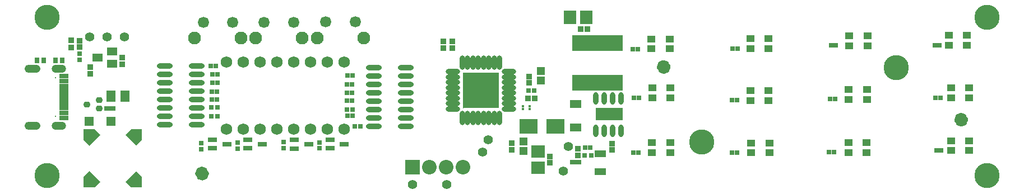
<source format=gts>
G04*
G04 #@! TF.GenerationSoftware,Altium Limited,CircuitMaker,2.3.0 (2.3.0.3)*
G04*
G04 Layer_Color=20142*
%FSLAX25Y25*%
%MOIN*%
G70*
G04*
G04 #@! TF.SameCoordinates,90B3883F-12C0-4788-AEBF-A64E1D99C10B*
G04*
G04*
G04 #@! TF.FilePolarity,Negative*
G04*
G01*
G75*
%ADD18C,0.04331*%
%ADD42R,0.06693X0.05118*%
%ADD55R,0.03000X0.03000*%
%ADD56R,0.03635X0.03792*%
%ADD57O,0.03162X0.07493*%
%ADD58C,0.05524*%
%ADD59R,0.03359X0.03162*%
%ADD60O,0.03162X0.08477*%
%ADD61R,0.03162X0.03556*%
%ADD62R,0.05721X0.01981*%
%ADD63R,0.02768X0.02572*%
%ADD64R,0.05721X0.06902*%
%ADD65R,0.05721X0.02768*%
%ADD66O,0.08477X0.03162*%
%ADD67R,0.03162X0.03556*%
%ADD68R,0.02768X0.03162*%
%ADD69R,0.03162X0.02768*%
%ADD70O,0.09461X0.03162*%
%ADD71R,0.10642X0.08674*%
%ADD72R,0.04737X0.04737*%
%ADD73R,0.07887X0.07296*%
%ADD74R,0.02965X0.02768*%
%ADD75R,0.03359X0.03359*%
%ADD76R,0.02572X0.02572*%
%ADD77R,0.06902X0.04343*%
%ADD78R,0.04540X0.04343*%
%ADD79R,0.07296X0.07887*%
%ADD80R,0.03792X0.03635*%
%ADD81R,0.30328X0.09461*%
%ADD82C,0.01784*%
G04:AMPARAMS|DCode=83|XSize=31.62mil|YSize=37.53mil|CornerRadius=8.72mil|HoleSize=0mil|Usage=FLASHONLY|Rotation=90.000|XOffset=0mil|YOffset=0mil|HoleType=Round|Shape=RoundedRectangle|*
%AMROUNDEDRECTD83*
21,1,0.03162,0.02008,0,0,90.0*
21,1,0.01417,0.03753,0,0,90.0*
1,1,0.01745,0.01004,0.00709*
1,1,0.01745,0.01004,-0.00709*
1,1,0.01745,-0.01004,-0.00709*
1,1,0.01745,-0.01004,0.00709*
%
%ADD83ROUNDEDRECTD83*%
%ADD84R,0.05800X0.05800*%
%ADD85R,0.06312X0.04737*%
%ADD86R,0.05721X0.03162*%
%ADD87R,0.08674X0.08674*%
%ADD88C,0.08674*%
%ADD89C,0.06800*%
%ADD90C,0.14973*%
%ADD91C,0.00800*%
G04:AMPARAMS|DCode=92|XSize=47.37mil|YSize=94.61mil|CornerRadius=23.68mil|HoleSize=0mil|Usage=FLASHONLY|Rotation=270.000|XOffset=0mil|YOffset=0mil|HoleType=Round|Shape=RoundedRectangle|*
%AMROUNDEDRECTD92*
21,1,0.04737,0.04724,0,0,270.0*
21,1,0.00000,0.09461,0,0,270.0*
1,1,0.04737,-0.02362,0.00000*
1,1,0.04737,-0.02362,0.00000*
1,1,0.04737,0.02362,0.00000*
1,1,0.04737,0.02362,0.00000*
%
%ADD92ROUNDEDRECTD92*%
G04:AMPARAMS|DCode=93|XSize=47.37mil|YSize=86.74mil|CornerRadius=23.68mil|HoleSize=0mil|Usage=FLASHONLY|Rotation=270.000|XOffset=0mil|YOffset=0mil|HoleType=Round|Shape=RoundedRectangle|*
%AMROUNDEDRECTD93*
21,1,0.04737,0.03937,0,0,270.0*
21,1,0.00000,0.08674,0,0,270.0*
1,1,0.04737,-0.01968,0.00000*
1,1,0.04737,-0.01968,0.00000*
1,1,0.04737,0.01968,0.00000*
1,1,0.04737,0.01968,0.00000*
%
%ADD93ROUNDEDRECTD93*%
%ADD94C,0.06630*%
%ADD95C,0.07630*%
G36*
X288400Y73346D02*
X288400Y52135D01*
X267219Y52135D01*
X267111Y52027D01*
X267003Y52135D01*
X267003Y73346D01*
X288430Y73375D01*
X288400Y73346D01*
X288400Y73346D02*
G37*
G36*
X361900Y44715D02*
X346014Y44715D01*
X346014Y52284D01*
X361900Y52284D01*
X361900Y44715D01*
X361900Y44715D02*
G37*
G36*
X76105Y33049D02*
X72705Y29649D01*
X66205Y36149D01*
X69605Y39549D01*
X76105Y39549D01*
X76105Y33049D01*
X76105Y33049D02*
G37*
G36*
X51205Y36149D02*
X44705Y29649D01*
X41305Y33049D01*
X41305Y39549D01*
X47805Y39549D01*
X51205Y36149D01*
X51205Y36149D02*
G37*
G36*
X76105Y11249D02*
X76105Y4749D01*
X69605Y4749D01*
X66205Y8149D01*
X72705Y14649D01*
X76105Y11249D01*
X76105Y11249D02*
G37*
G36*
X51205Y8149D02*
X47805Y4749D01*
X41305Y4749D01*
X41305Y11249D01*
X44705Y14649D01*
X51205Y8149D01*
X51205Y8149D02*
G37*
D18*
X565227Y45172D02*
G03*
X565227Y45172I-1969J0D01*
G01*
X388298Y76609D02*
G03*
X388298Y76609I-1969J0D01*
G01*
X113741Y13085D02*
G03*
X113741Y13085I-1969J0D01*
G01*
D42*
X333857Y54449D02*
D03*
X333857Y40449D02*
D03*
D55*
X343158Y23849D02*
D03*
X339158Y23849D02*
D03*
D56*
X45423Y72658D02*
D03*
X45423Y76437D02*
D03*
X296005Y27357D02*
D03*
X296005Y31136D02*
D03*
X318758Y23339D02*
D03*
X318758Y19559D02*
D03*
X355757Y27049D02*
D03*
X355757Y30829D02*
D03*
X260658Y91739D02*
D03*
X260658Y87959D02*
D03*
X306391Y70913D02*
D03*
X306391Y67133D02*
D03*
X64341Y82156D02*
D03*
X64341Y78376D02*
D03*
X33957Y88149D02*
D03*
X33957Y92549D02*
D03*
X255258Y91749D02*
D03*
X255258Y87970D02*
D03*
D57*
X360943Y57828D02*
D03*
X355943Y57828D02*
D03*
X350942Y57828D02*
D03*
X345942Y57828D02*
D03*
X360943Y38537D02*
D03*
X355943Y38537D02*
D03*
X350942Y38537D02*
D03*
X345942Y38537D02*
D03*
D58*
X326458Y14649D02*
D03*
X257200Y6396D02*
D03*
X329557Y29249D02*
D03*
X55226Y94488D02*
D03*
X65640Y94439D02*
D03*
X44842Y94537D02*
D03*
X278491Y25823D02*
D03*
X281991Y33323D02*
D03*
X236924Y6494D02*
D03*
D59*
X332284Y19749D02*
D03*
X335631Y19749D02*
D03*
X58551Y51749D02*
D03*
X55205Y51749D02*
D03*
D60*
X276016Y46089D02*
D03*
X288615Y79357D02*
D03*
X285465Y79357D02*
D03*
X282316Y79357D02*
D03*
X279166Y79357D02*
D03*
X276016Y79357D02*
D03*
X272867Y79357D02*
D03*
X269717Y79357D02*
D03*
X266568Y79357D02*
D03*
X266568Y46089D02*
D03*
X269717Y46089D02*
D03*
X272867Y46089D02*
D03*
X279166Y46089D02*
D03*
X282316Y46089D02*
D03*
X285465Y46089D02*
D03*
X288615Y46089D02*
D03*
D61*
X24789Y80549D02*
D03*
X17701Y80549D02*
D03*
D62*
X29661Y63598D02*
D03*
X29661Y61629D02*
D03*
X29661Y65566D02*
D03*
X29661Y51787D02*
D03*
X29661Y55724D02*
D03*
X29661Y53755D02*
D03*
X29661Y57692D02*
D03*
X29661Y59661D02*
D03*
D63*
X197953Y61349D02*
D03*
X200905Y61349D02*
D03*
X120792Y67134D02*
D03*
X117839Y67134D02*
D03*
X120881Y72134D02*
D03*
X117928Y72134D02*
D03*
X120658Y57149D02*
D03*
X117705Y57149D02*
D03*
X120684Y62026D02*
D03*
X117731Y62026D02*
D03*
X120035Y77335D02*
D03*
X117082Y77335D02*
D03*
X198076Y66248D02*
D03*
X201028Y66248D02*
D03*
X198057Y56649D02*
D03*
X201010Y56649D02*
D03*
X198199Y71486D02*
D03*
X201152Y71486D02*
D03*
X198376Y47500D02*
D03*
X201329Y47500D02*
D03*
D64*
X57766Y59134D02*
D03*
X65837Y59134D02*
D03*
D65*
X139075Y33219D02*
D03*
X139075Y28100D02*
D03*
X147539Y30659D02*
D03*
X196407Y30630D02*
D03*
X187943Y28071D02*
D03*
X187943Y33189D02*
D03*
X175167Y30600D02*
D03*
X166703Y28041D02*
D03*
X166703Y33160D02*
D03*
X126516Y30620D02*
D03*
X118051Y28061D02*
D03*
X118051Y33179D02*
D03*
D66*
X294225Y51700D02*
D03*
X294225Y54849D02*
D03*
X294225Y57999D02*
D03*
X294225Y61148D02*
D03*
X294225Y64298D02*
D03*
X294225Y67448D02*
D03*
X294225Y70597D02*
D03*
X294225Y73747D02*
D03*
X260958Y73747D02*
D03*
X260958Y70597D02*
D03*
X260958Y67448D02*
D03*
X260958Y64298D02*
D03*
X260958Y61148D02*
D03*
X260958Y57999D02*
D03*
X260958Y54849D02*
D03*
X260958Y51700D02*
D03*
D67*
X13764Y80549D02*
D03*
X28726Y80549D02*
D03*
D68*
X197901Y51349D02*
D03*
X201405Y51349D02*
D03*
X202505Y41199D02*
D03*
X206009Y41199D02*
D03*
X120792Y52449D02*
D03*
X117288Y52449D02*
D03*
X120841Y47203D02*
D03*
X117337Y47203D02*
D03*
X309443Y62523D02*
D03*
X305939Y62523D02*
D03*
D69*
X181555Y28120D02*
D03*
X181555Y31624D02*
D03*
X160167Y28258D02*
D03*
X160167Y31762D02*
D03*
X132815Y28032D02*
D03*
X132815Y31535D02*
D03*
X111378Y27707D02*
D03*
X111378Y31211D02*
D03*
X38857Y84401D02*
D03*
X38857Y80897D02*
D03*
D70*
X214060Y76081D02*
D03*
X214060Y71081D02*
D03*
X214060Y66081D02*
D03*
X214060Y61081D02*
D03*
X214060Y56081D02*
D03*
X214060Y51081D02*
D03*
X214060Y46081D02*
D03*
X214060Y41081D02*
D03*
X232958Y76081D02*
D03*
X232958Y71081D02*
D03*
X232958Y66081D02*
D03*
X232958Y61081D02*
D03*
X232958Y56081D02*
D03*
X232958Y51081D02*
D03*
X232958Y46081D02*
D03*
X232958Y41081D02*
D03*
X108666Y42223D02*
D03*
X108666Y47223D02*
D03*
X108666Y52223D02*
D03*
X108666Y57223D02*
D03*
X108666Y62223D02*
D03*
X108666Y67223D02*
D03*
X108666Y72223D02*
D03*
X108666Y77223D02*
D03*
X89768Y42223D02*
D03*
X89768Y47223D02*
D03*
X89768Y52223D02*
D03*
X89768Y57223D02*
D03*
X89768Y62223D02*
D03*
X89768Y67223D02*
D03*
X89768Y72223D02*
D03*
X89768Y77223D02*
D03*
D71*
X306107Y41130D02*
D03*
X321855Y41130D02*
D03*
D72*
X303005Y32102D02*
D03*
X303005Y26590D02*
D03*
X313191Y68623D02*
D03*
X313191Y74135D02*
D03*
D73*
X311757Y16426D02*
D03*
X311757Y26072D02*
D03*
D74*
X371310Y25697D02*
D03*
X368357Y25697D02*
D03*
X371487Y58297D02*
D03*
X368534Y58297D02*
D03*
X371034Y87349D02*
D03*
X368081Y87349D02*
D03*
X430187Y87696D02*
D03*
X427234Y87696D02*
D03*
X429963Y25444D02*
D03*
X427010Y25444D02*
D03*
X427058Y56749D02*
D03*
X430010Y56749D02*
D03*
X488381Y57596D02*
D03*
X485428Y57596D02*
D03*
X488758Y89549D02*
D03*
X485805Y89549D02*
D03*
X487534Y25749D02*
D03*
X484581Y25749D02*
D03*
X548481Y26849D02*
D03*
X551434Y26849D02*
D03*
X548058Y58149D02*
D03*
X551010Y58149D02*
D03*
X550410Y89649D02*
D03*
X547458Y89649D02*
D03*
D75*
X335457Y23981D02*
D03*
X335457Y27918D02*
D03*
X38857Y88412D02*
D03*
X38857Y92349D02*
D03*
D76*
X339583Y28449D02*
D03*
X342732Y28449D02*
D03*
D77*
X348701Y14291D02*
D03*
X348701Y24724D02*
D03*
D78*
X379344Y31602D02*
D03*
X390171Y31602D02*
D03*
X379344Y25697D02*
D03*
X390171Y25697D02*
D03*
X389871Y93302D02*
D03*
X379044Y93302D02*
D03*
X379044Y87397D02*
D03*
X389871Y87397D02*
D03*
X449284Y31349D02*
D03*
X438457Y31349D02*
D03*
X438457Y25444D02*
D03*
X449284Y25444D02*
D03*
X448671Y56696D02*
D03*
X437844Y56696D02*
D03*
X448671Y62602D02*
D03*
X437844Y62602D02*
D03*
X448671Y93602D02*
D03*
X437844Y93602D02*
D03*
X437844Y87696D02*
D03*
X448671Y87696D02*
D03*
X390371Y64202D02*
D03*
X390371Y58297D02*
D03*
X379544Y58297D02*
D03*
X379544Y64202D02*
D03*
X555944Y95402D02*
D03*
X566771Y95402D02*
D03*
X555944Y89496D02*
D03*
X566771Y89496D02*
D03*
X507084Y31549D02*
D03*
X496257Y31549D02*
D03*
X496257Y25644D02*
D03*
X507084Y25644D02*
D03*
X567971Y32702D02*
D03*
X557144Y32702D02*
D03*
X557144Y26796D02*
D03*
X567971Y26796D02*
D03*
X507271Y63202D02*
D03*
X507271Y57297D02*
D03*
X496444Y57297D02*
D03*
X496444Y63202D02*
D03*
X507471Y95202D02*
D03*
X496644Y95202D02*
D03*
X496644Y89297D02*
D03*
X507471Y89297D02*
D03*
X567971Y64102D02*
D03*
X567971Y58197D02*
D03*
X557144Y58197D02*
D03*
X557144Y64102D02*
D03*
D79*
X330535Y106149D02*
D03*
X340180Y106149D02*
D03*
D80*
X340880Y99233D02*
D03*
X337101Y99233D02*
D03*
X309571Y58023D02*
D03*
X305791Y58023D02*
D03*
D81*
X347058Y67238D02*
D03*
X347058Y90860D02*
D03*
D82*
X306528Y51709D02*
D03*
X302591Y51709D02*
D03*
X306528Y53323D02*
D03*
X302591Y53323D02*
D03*
D83*
X43363Y54349D02*
D03*
X50647Y56908D02*
D03*
X50647Y51790D02*
D03*
D84*
X57505Y44249D02*
D03*
X44505Y44249D02*
D03*
D85*
X58150Y78504D02*
D03*
X58150Y85984D02*
D03*
X49488Y82244D02*
D03*
D86*
X29661Y68126D02*
D03*
X29661Y49228D02*
D03*
X29661Y46078D02*
D03*
X29661Y71275D02*
D03*
D87*
X237052Y16780D02*
D03*
D88*
X247052Y16780D02*
D03*
X257052Y16780D02*
D03*
X267052Y16780D02*
D03*
D89*
X126157Y39649D02*
D03*
X136158Y39649D02*
D03*
X146158Y39649D02*
D03*
X156158Y39649D02*
D03*
X166157Y39649D02*
D03*
X176157Y39649D02*
D03*
X186158Y39649D02*
D03*
X196158Y39649D02*
D03*
X196158Y79649D02*
D03*
X186158Y79649D02*
D03*
X176157Y79649D02*
D03*
X166157Y79649D02*
D03*
X126157Y79649D02*
D03*
X136158Y79649D02*
D03*
X146158Y79649D02*
D03*
X156158Y79649D02*
D03*
D90*
X524493Y76219D02*
D03*
X408922Y31868D02*
D03*
X578657Y11860D02*
D03*
X578657Y106348D02*
D03*
X19602Y11860D02*
D03*
X19602Y106348D02*
D03*
D91*
X24637Y70094D02*
D03*
X24637Y47259D02*
D03*
D92*
X10858Y41649D02*
D03*
X10858Y75704D02*
D03*
D93*
X26605Y75704D02*
D03*
X26605Y41649D02*
D03*
D94*
X112458Y103349D02*
D03*
X130058Y103349D02*
D03*
X148557Y103349D02*
D03*
X166157Y103349D02*
D03*
X185357Y103449D02*
D03*
X202958Y103449D02*
D03*
D95*
X107457Y93849D02*
D03*
X135057Y93849D02*
D03*
X143558Y93849D02*
D03*
X171158Y93849D02*
D03*
X180358Y93949D02*
D03*
X207958Y93949D02*
D03*
M02*

</source>
